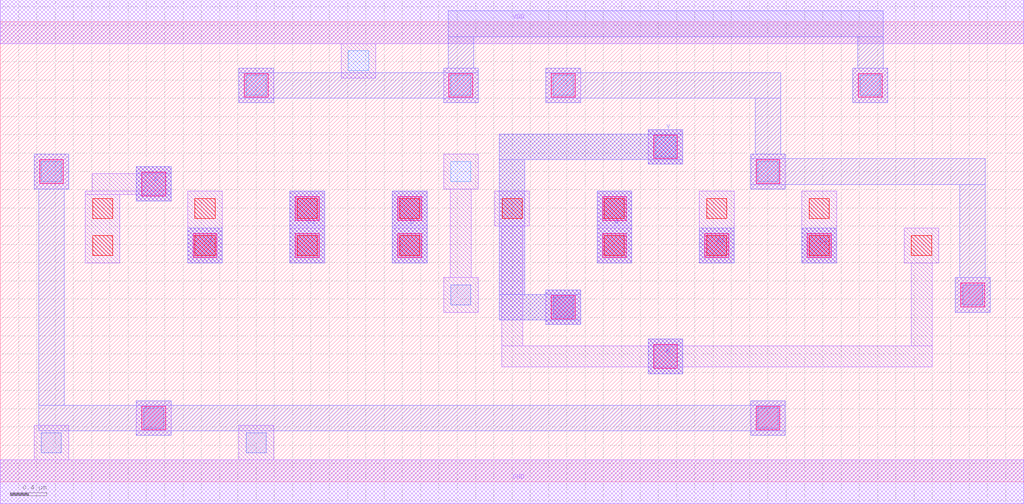
<source format=lef>
MACRO AAOOAAOI2222
 CLASS CORE ;
 FOREIGN AAOOAAOI2222 0 0 ;
 SIZE 11.200000000000001 BY 5.04 ;
 ORIGIN 0 0 ;
 SYMMETRY X Y R90 ;
 SITE unit ;
  PIN VDD
   DIRECTION INOUT ;
   USE POWER ;
   SHAPE ABUTMENT ;
    PORT
     CLASS CORE ;
       LAYER met1 ;
        RECT 0.00000000 4.80000000 11.20000000 5.28000000 ;
    END
  END VDD

  PIN GND
   DIRECTION INOUT ;
   USE POWER ;
   SHAPE ABUTMENT ;
    PORT
     CLASS CORE ;
       LAYER met1 ;
        RECT 0.00000000 -0.24000000 11.20000000 0.24000000 ;
    END
  END GND

  PIN Y
   DIRECTION INOUT ;
   USE SIGNAL ;
   SHAPE ABUTMENT ;
    PORT
     CLASS CORE ;
       LAYER met2 ;
        RECT 5.97000000 1.72200000 6.35000000 1.77200000 ;
        RECT 5.46000000 1.77200000 6.35000000 2.05200000 ;
        RECT 5.97000000 2.05200000 6.35000000 2.10200000 ;
        RECT 5.46000000 2.05200000 5.74000000 3.52700000 ;
        RECT 7.09000000 3.47700000 7.47000000 3.52700000 ;
        RECT 5.46000000 3.52700000 7.47000000 3.80700000 ;
        RECT 7.09000000 3.80700000 7.47000000 3.85700000 ;
    END
  END Y

  PIN B1
   DIRECTION INOUT ;
   USE SIGNAL ;
   SHAPE ABUTMENT ;
    PORT
     CLASS CORE ;
       LAYER met2 ;
        RECT 8.77000000 2.39700000 9.15000000 2.77700000 ;
    END
  END B1

  PIN D1
   DIRECTION INOUT ;
   USE SIGNAL ;
   SHAPE ABUTMENT ;
    PORT
     CLASS CORE ;
       LAYER met2 ;
        RECT 3.17000000 2.39700000 3.55000000 3.18200000 ;
    END
  END D1

  PIN C1
   DIRECTION INOUT ;
   USE SIGNAL ;
   SHAPE ABUTMENT ;
    PORT
     CLASS CORE ;
       LAYER met2 ;
        RECT 2.05000000 2.39700000 2.43000000 2.77700000 ;
    END
  END C1

  PIN C
   DIRECTION INOUT ;
   USE SIGNAL ;
   SHAPE ABUTMENT ;
    PORT
     CLASS CORE ;
       LAYER met2 ;
        RECT 1.49000000 3.07200000 1.87000000 3.45200000 ;
    END
  END C

  PIN A
   DIRECTION INOUT ;
   USE SIGNAL ;
   SHAPE ABUTMENT ;
    PORT
     CLASS CORE ;
       LAYER met2 ;
        RECT 6.53000000 2.39700000 6.91000000 3.18200000 ;
    END
  END A

  PIN A1
   DIRECTION INOUT ;
   USE SIGNAL ;
   SHAPE ABUTMENT ;
    PORT
     CLASS CORE ;
       LAYER met2 ;
        RECT 7.65000000 2.39700000 8.03000000 2.77700000 ;
    END
  END A1

  PIN D
   DIRECTION INOUT ;
   USE SIGNAL ;
   SHAPE ABUTMENT ;
    PORT
     CLASS CORE ;
       LAYER met2 ;
        RECT 4.29000000 2.39700000 4.67000000 3.18200000 ;
    END
  END D

  PIN B
   DIRECTION INOUT ;
   USE SIGNAL ;
   SHAPE ABUTMENT ;
    PORT
     CLASS CORE ;
       LAYER met2 ;
        RECT 7.09000000 1.18200000 7.47000000 1.56200000 ;
    END
  END B

 OBS
    LAYER polycont ;
     RECT 1.01000000 2.47700000 1.23000000 2.69700000 ;
     RECT 2.13000000 2.47700000 2.35000000 2.69700000 ;
     RECT 3.25000000 2.47700000 3.47000000 2.69700000 ;
     RECT 4.37000000 2.47700000 4.59000000 2.69700000 ;
     RECT 6.61000000 2.47700000 6.83000000 2.69700000 ;
     RECT 7.73000000 2.47700000 7.95000000 2.69700000 ;
     RECT 8.85000000 2.47700000 9.07000000 2.69700000 ;
     RECT 9.97000000 2.47700000 10.19000000 2.69700000 ;
     RECT 1.01000000 2.88200000 1.23000000 3.10200000 ;
     RECT 2.13000000 2.88200000 2.35000000 3.10200000 ;
     RECT 3.25000000 2.88200000 3.47000000 3.10200000 ;
     RECT 4.37000000 2.88200000 4.59000000 3.10200000 ;
     RECT 5.49000000 2.88200000 5.71000000 3.10200000 ;
     RECT 6.61000000 2.88200000 6.83000000 3.10200000 ;
     RECT 7.73000000 2.88200000 7.95000000 3.10200000 ;
     RECT 8.85000000 2.88200000 9.07000000 3.10200000 ;

    LAYER pdiffc ;
     RECT 0.45000000 3.28700000 0.67000000 3.50700000 ;
     RECT 4.93000000 3.28700000 5.15000000 3.50700000 ;
     RECT 8.29000000 3.28700000 8.51000000 3.50700000 ;
     RECT 7.17000000 3.55700000 7.39000000 3.77700000 ;
     RECT 2.69000000 4.23200000 2.91000000 4.45200000 ;
     RECT 4.93000000 4.23200000 5.15000000 4.45200000 ;
     RECT 6.05000000 4.23200000 6.27000000 4.45200000 ;
     RECT 9.41000000 4.23200000 9.63000000 4.45200000 ;
     RECT 3.81000000 4.50200000 4.03000000 4.72200000 ;

    LAYER ndiffc ;
     RECT 0.45000000 0.31700000 0.67000000 0.53700000 ;
     RECT 2.69000000 0.31700000 2.91000000 0.53700000 ;
     RECT 1.57000000 0.58700000 1.79000000 0.80700000 ;
     RECT 8.29000000 0.58700000 8.51000000 0.80700000 ;
     RECT 6.05000000 1.80200000 6.27000000 2.02200000 ;
     RECT 4.93000000 1.93700000 5.15000000 2.15700000 ;
     RECT 10.53000000 1.93700000 10.75000000 2.15700000 ;

    LAYER met1 ;
     RECT 0.00000000 -0.24000000 11.20000000 0.24000000 ;
     RECT 0.37000000 0.24000000 0.75000000 0.61700000 ;
     RECT 2.61000000 0.24000000 2.99000000 0.61700000 ;
     RECT 1.49000000 0.50700000 1.87000000 0.88700000 ;
     RECT 8.21000000 0.50700000 8.59000000 0.88700000 ;
     RECT 5.97000000 1.72200000 6.35000000 2.10200000 ;
     RECT 10.45000000 1.85700000 10.83000000 2.23700000 ;
     RECT 3.17000000 2.39700000 3.55000000 2.77700000 ;
     RECT 4.29000000 2.39700000 4.67000000 2.77700000 ;
     RECT 6.53000000 2.39700000 6.91000000 2.77700000 ;
     RECT 2.05000000 2.39700000 2.43000000 3.18200000 ;
     RECT 3.17000000 2.80200000 3.55000000 3.18200000 ;
     RECT 4.29000000 2.80200000 4.67000000 3.18200000 ;
     RECT 7.09000000 1.18200000 7.47000000 1.25700000 ;
     RECT 5.48500000 1.25700000 10.19500000 1.48700000 ;
     RECT 7.09000000 1.48700000 7.47000000 1.56200000 ;
     RECT 9.96500000 1.48700000 10.19500000 2.39700000 ;
     RECT 9.89000000 2.39700000 10.27000000 2.77700000 ;
     RECT 5.48500000 1.48700000 5.71500000 2.80200000 ;
     RECT 5.41000000 2.80200000 5.79000000 3.18200000 ;
     RECT 6.53000000 2.80200000 6.91000000 3.18200000 ;
     RECT 7.65000000 2.39700000 8.03000000 3.18200000 ;
     RECT 8.77000000 2.39700000 9.15000000 3.18200000 ;
     RECT 0.93000000 2.39700000 1.31000000 3.14700000 ;
     RECT 1.49000000 3.07200000 1.87000000 3.14700000 ;
     RECT 0.93000000 3.14700000 1.87000000 3.18200000 ;
     RECT 1.00500000 3.18200000 1.87000000 3.37700000 ;
     RECT 1.49000000 3.37700000 1.87000000 3.45200000 ;
     RECT 0.37000000 3.20700000 0.75000000 3.58700000 ;
     RECT 4.85000000 1.85700000 5.23000000 2.23700000 ;
     RECT 4.92500000 2.23700000 5.15500000 3.20700000 ;
     RECT 4.85000000 3.20700000 5.23000000 3.58700000 ;
     RECT 8.21000000 3.20700000 8.59000000 3.58700000 ;
     RECT 7.09000000 3.47700000 7.47000000 3.85700000 ;
     RECT 2.61000000 4.15200000 2.99000000 4.53200000 ;
     RECT 4.85000000 4.15200000 5.23000000 4.53200000 ;
     RECT 5.97000000 4.15200000 6.35000000 4.53200000 ;
     RECT 9.33000000 4.15200000 9.71000000 4.53200000 ;
     RECT 3.73000000 4.42200000 4.11000000 4.80000000 ;
     RECT 0.00000000 4.80000000 11.20000000 5.28000000 ;

    LAYER via1 ;
     RECT 1.55000000 0.56700000 1.81000000 0.82700000 ;
     RECT 8.27000000 0.56700000 8.53000000 0.82700000 ;
     RECT 7.15000000 1.24200000 7.41000000 1.50200000 ;
     RECT 6.03000000 1.78200000 6.29000000 2.04200000 ;
     RECT 10.51000000 1.91700000 10.77000000 2.17700000 ;
     RECT 2.11000000 2.45700000 2.37000000 2.71700000 ;
     RECT 3.23000000 2.45700000 3.49000000 2.71700000 ;
     RECT 4.35000000 2.45700000 4.61000000 2.71700000 ;
     RECT 6.59000000 2.45700000 6.85000000 2.71700000 ;
     RECT 7.71000000 2.45700000 7.97000000 2.71700000 ;
     RECT 8.83000000 2.45700000 9.09000000 2.71700000 ;
     RECT 3.23000000 2.86200000 3.49000000 3.12200000 ;
     RECT 4.35000000 2.86200000 4.61000000 3.12200000 ;
     RECT 6.59000000 2.86200000 6.85000000 3.12200000 ;
     RECT 1.55000000 3.13200000 1.81000000 3.39200000 ;
     RECT 0.43000000 3.26700000 0.69000000 3.52700000 ;
     RECT 8.27000000 3.26700000 8.53000000 3.52700000 ;
     RECT 7.15000000 3.53700000 7.41000000 3.79700000 ;
     RECT 2.67000000 4.21200000 2.93000000 4.47200000 ;
     RECT 4.91000000 4.21200000 5.17000000 4.47200000 ;
     RECT 6.03000000 4.21200000 6.29000000 4.47200000 ;
     RECT 9.39000000 4.21200000 9.65000000 4.47200000 ;

    LAYER met2 ;
     RECT 7.09000000 1.18200000 7.47000000 1.56200000 ;
     RECT 2.05000000 2.39700000 2.43000000 2.77700000 ;
     RECT 7.65000000 2.39700000 8.03000000 2.77700000 ;
     RECT 8.77000000 2.39700000 9.15000000 2.77700000 ;
     RECT 3.17000000 2.39700000 3.55000000 3.18200000 ;
     RECT 4.29000000 2.39700000 4.67000000 3.18200000 ;
     RECT 6.53000000 2.39700000 6.91000000 3.18200000 ;
     RECT 1.49000000 3.07200000 1.87000000 3.45200000 ;
     RECT 1.49000000 0.50700000 1.87000000 0.55700000 ;
     RECT 8.21000000 0.50700000 8.59000000 0.55700000 ;
     RECT 0.42000000 0.55700000 8.59000000 0.83700000 ;
     RECT 1.49000000 0.83700000 1.87000000 0.88700000 ;
     RECT 8.21000000 0.83700000 8.59000000 0.88700000 ;
     RECT 0.42000000 0.83700000 0.70000000 3.20700000 ;
     RECT 0.37000000 3.20700000 0.75000000 3.58700000 ;
     RECT 5.97000000 1.72200000 6.35000000 1.77200000 ;
     RECT 5.46000000 1.77200000 6.35000000 2.05200000 ;
     RECT 5.97000000 2.05200000 6.35000000 2.10200000 ;
     RECT 5.46000000 2.05200000 5.74000000 3.52700000 ;
     RECT 7.09000000 3.47700000 7.47000000 3.52700000 ;
     RECT 5.46000000 3.52700000 7.47000000 3.80700000 ;
     RECT 7.09000000 3.80700000 7.47000000 3.85700000 ;
     RECT 10.45000000 1.85700000 10.83000000 2.23700000 ;
     RECT 8.21000000 3.20700000 8.59000000 3.25700000 ;
     RECT 10.50000000 2.23700000 10.78000000 3.25700000 ;
     RECT 8.21000000 3.25700000 10.78000000 3.53700000 ;
     RECT 8.21000000 3.53700000 8.59000000 3.58700000 ;
     RECT 5.97000000 4.15200000 6.35000000 4.20200000 ;
     RECT 8.26000000 3.58700000 8.54000000 4.20200000 ;
     RECT 5.97000000 4.20200000 8.54000000 4.48200000 ;
     RECT 5.97000000 4.48200000 6.35000000 4.53200000 ;
     RECT 2.61000000 4.15200000 2.99000000 4.20200000 ;
     RECT 4.85000000 4.15200000 5.23000000 4.20200000 ;
     RECT 2.61000000 4.20200000 5.23000000 4.48200000 ;
     RECT 2.61000000 4.48200000 2.99000000 4.53200000 ;
     RECT 4.85000000 4.48200000 5.23000000 4.53200000 ;
     RECT 9.33000000 4.15200000 9.71000000 4.53200000 ;
     RECT 4.90000000 4.53200000 5.18000000 4.87700000 ;
     RECT 9.38000000 4.53200000 9.66000000 4.87700000 ;
     RECT 4.90000000 4.87700000 9.66000000 5.15700000 ;

 END
END AAOOAAOI2222

</source>
